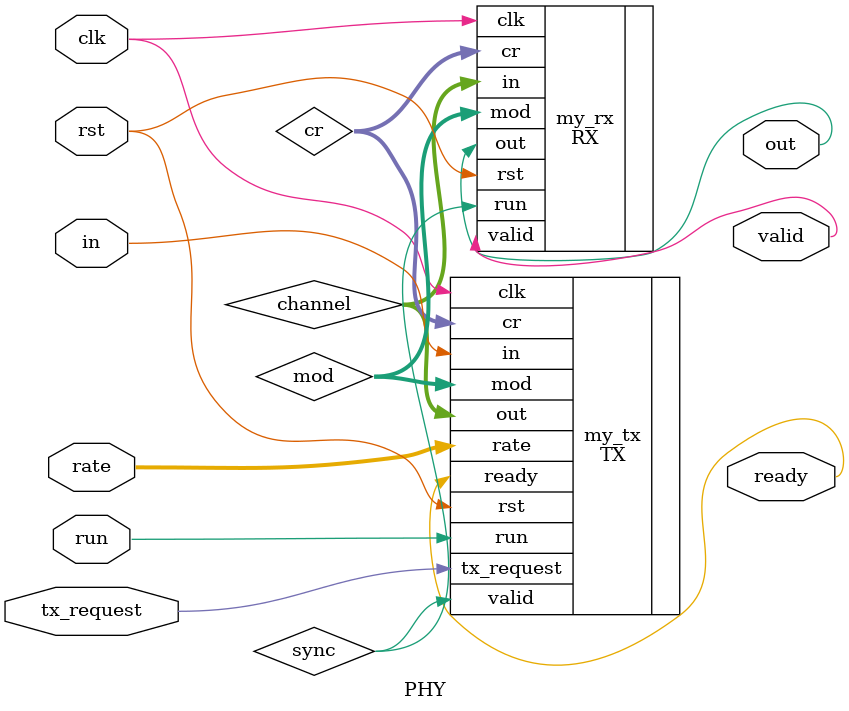
<source format=v>
`timescale 1ns/1ns
module PHY(input clk, input rst, input [3:0]rate, input tx_request, input in, input run, output out, output valid, output ready);
wire [51:0]channel;
wire [1:0]cr, mod;
wire sync;

TX my_tx(.clk(clk), .rst(rst), .in(in), .run(run), .rate(rate), .tx_request(tx_request), .out(channel), .valid(sync), .ready(ready), .cr(cr), .mod(mod));
RX my_rx(.clk(clk), .rst(rst), .in(channel), .run(sync), .cr(cr), .mod(mod), .out(out), .valid(valid));

endmodule

</source>
